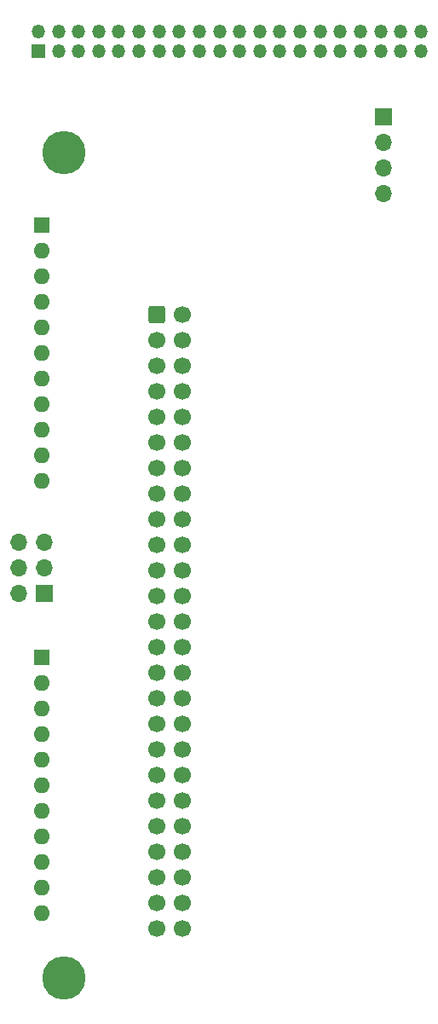
<source format=gbr>
%TF.GenerationSoftware,KiCad,Pcbnew,8.0.8*%
%TF.CreationDate,2025-02-03T10:00:00+01:00*%
%TF.ProjectId,x68030_scsi,78363830-3330-45f7-9363-73692e6b6963,rev?*%
%TF.SameCoordinates,Original*%
%TF.FileFunction,Soldermask,Bot*%
%TF.FilePolarity,Negative*%
%FSLAX46Y46*%
G04 Gerber Fmt 4.6, Leading zero omitted, Abs format (unit mm)*
G04 Created by KiCad (PCBNEW 8.0.8) date 2025-02-03 10:00:00*
%MOMM*%
%LPD*%
G01*
G04 APERTURE LIST*
G04 Aperture macros list*
%AMRoundRect*
0 Rectangle with rounded corners*
0 $1 Rounding radius*
0 $2 $3 $4 $5 $6 $7 $8 $9 X,Y pos of 4 corners*
0 Add a 4 corners polygon primitive as box body*
4,1,4,$2,$3,$4,$5,$6,$7,$8,$9,$2,$3,0*
0 Add four circle primitives for the rounded corners*
1,1,$1+$1,$2,$3*
1,1,$1+$1,$4,$5*
1,1,$1+$1,$6,$7*
1,1,$1+$1,$8,$9*
0 Add four rect primitives between the rounded corners*
20,1,$1+$1,$2,$3,$4,$5,0*
20,1,$1+$1,$4,$5,$6,$7,0*
20,1,$1+$1,$6,$7,$8,$9,0*
20,1,$1+$1,$8,$9,$2,$3,0*%
G04 Aperture macros list end*
%ADD10C,4.300000*%
%ADD11R,1.700000X1.700000*%
%ADD12O,1.700000X1.700000*%
%ADD13R,1.350000X1.350000*%
%ADD14O,1.350000X1.350000*%
%ADD15R,1.600000X1.600000*%
%ADD16O,1.600000X1.600000*%
%ADD17RoundRect,0.250000X-0.600000X-0.600000X0.600000X-0.600000X0.600000X0.600000X-0.600000X0.600000X0*%
%ADD18C,1.700000*%
G04 APERTURE END LIST*
D10*
%TO.C,H1*%
X41000000Y-88000000D03*
%TD*%
D11*
%TO.C,J5*%
X72750000Y-84450000D03*
D12*
X72750000Y-86990000D03*
X72750000Y-89530000D03*
X72750000Y-92070000D03*
%TD*%
D13*
%TO.C,J2*%
X38500000Y-78000000D03*
D14*
X38500000Y-76000000D03*
X40500000Y-78000000D03*
X40500000Y-76000000D03*
X42500000Y-78000000D03*
X42500000Y-76000000D03*
X44500000Y-78000000D03*
X44500000Y-76000000D03*
X46500000Y-78000000D03*
X46500000Y-76000000D03*
X48500000Y-78000000D03*
X48500000Y-76000000D03*
X50500000Y-78000000D03*
X50500000Y-76000000D03*
X52500000Y-78000000D03*
X52500000Y-76000000D03*
X54500000Y-78000000D03*
X54500000Y-76000000D03*
X56500000Y-78000000D03*
X56500000Y-76000000D03*
X58500000Y-78000000D03*
X58500000Y-76000000D03*
X60500000Y-78000000D03*
X60500000Y-76000000D03*
X62500000Y-78000000D03*
X62500000Y-76000000D03*
X64500000Y-78000000D03*
X64500000Y-76000000D03*
X66500000Y-78000000D03*
X66500000Y-76000000D03*
X68500000Y-78000000D03*
X68500000Y-76000000D03*
X70500000Y-78000000D03*
X70500000Y-76000000D03*
X72500000Y-78000000D03*
X72500000Y-76000000D03*
X74500000Y-78000000D03*
X74500000Y-76000000D03*
X76500000Y-78000000D03*
X76500000Y-76000000D03*
%TD*%
D15*
%TO.C,RN2*%
X38862000Y-138176000D03*
D16*
X38862000Y-140716000D03*
X38862000Y-143256000D03*
X38862000Y-145796000D03*
X38862000Y-148336000D03*
X38862000Y-150876000D03*
X38862000Y-153416000D03*
X38862000Y-155956000D03*
X38862000Y-158496000D03*
X38862000Y-161036000D03*
X38862000Y-163576000D03*
%TD*%
D11*
%TO.C,J3*%
X39116000Y-131826000D03*
D12*
X36576000Y-131826000D03*
X39116000Y-129286000D03*
X36576000Y-129286000D03*
X39116000Y-126746000D03*
X36576000Y-126746000D03*
%TD*%
D10*
%TO.C,H2*%
X41000000Y-170000000D03*
%TD*%
D15*
%TO.C,RN1*%
X38862000Y-95250000D03*
D16*
X38862000Y-97790000D03*
X38862000Y-100330000D03*
X38862000Y-102870000D03*
X38862000Y-105410000D03*
X38862000Y-107950000D03*
X38862000Y-110490000D03*
X38862000Y-113030000D03*
X38862000Y-115570000D03*
X38862000Y-118110000D03*
X38862000Y-120650000D03*
%TD*%
D17*
%TO.C,J1*%
X50292000Y-104140000D03*
D18*
X52832000Y-104140000D03*
X50292000Y-106680000D03*
X52832000Y-106680000D03*
X50292000Y-109220000D03*
X52832000Y-109220000D03*
X50292000Y-111760000D03*
X52832000Y-111760000D03*
X50292000Y-114300000D03*
X52832000Y-114300000D03*
X50292000Y-116840000D03*
X52832000Y-116840000D03*
X50292000Y-119380000D03*
X52832000Y-119380000D03*
X50292000Y-121920000D03*
X52832000Y-121920000D03*
X50292000Y-124460000D03*
X52832000Y-124460000D03*
X50292000Y-127000000D03*
X52832000Y-127000000D03*
X50292000Y-129540000D03*
X52832000Y-129540000D03*
X50292000Y-132080000D03*
X52832000Y-132080000D03*
X50292000Y-134620000D03*
X52832000Y-134620000D03*
X50292000Y-137160000D03*
X52832000Y-137160000D03*
X50292000Y-139700000D03*
X52832000Y-139700000D03*
X50292000Y-142240000D03*
X52832000Y-142240000D03*
X50292000Y-144780000D03*
X52832000Y-144780000D03*
X50292000Y-147320000D03*
X52832000Y-147320000D03*
X50292000Y-149860000D03*
X52832000Y-149860000D03*
X50292000Y-152400000D03*
X52832000Y-152400000D03*
X50292000Y-154940000D03*
X52832000Y-154940000D03*
X50292000Y-157480000D03*
X52832000Y-157480000D03*
X50292000Y-160020000D03*
X52832000Y-160020000D03*
X50292000Y-162560000D03*
X52832000Y-162560000D03*
X50292000Y-165100000D03*
X52832000Y-165100000D03*
%TD*%
M02*

</source>
